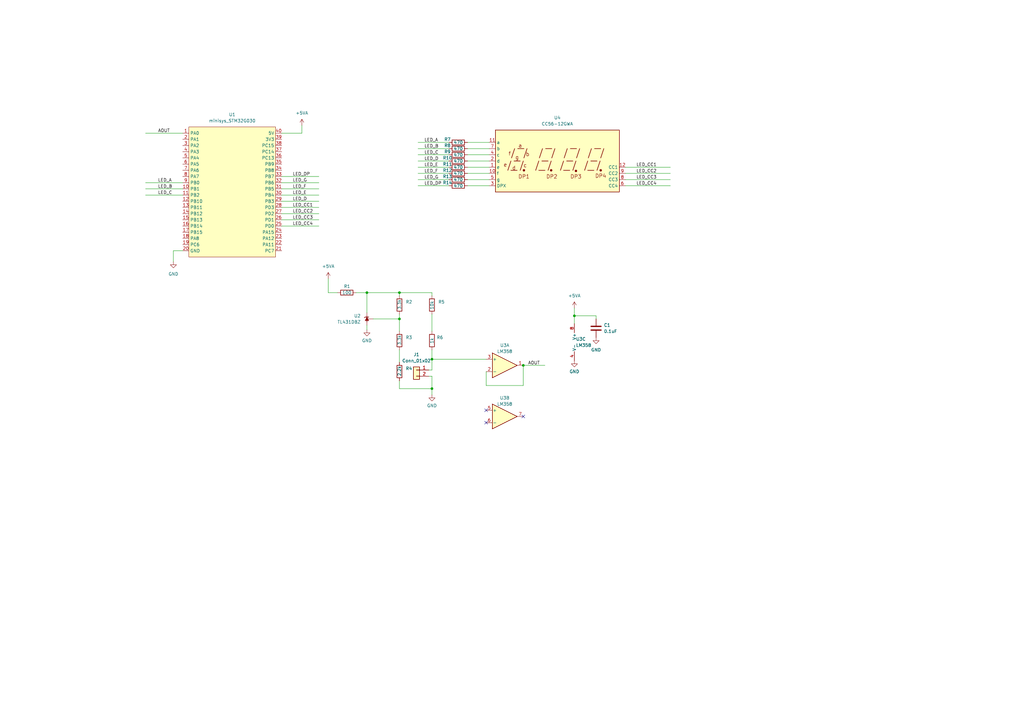
<source format=kicad_sch>
(kicad_sch (version 20211123) (generator eeschema)
  (paper "A3")
  (lib_symbols
    (symbol "Amplifier_Operational:LM358" (pin_names (offset 0.127))
      (property "Reference" "U" (at 0 5.08 0))
      (property "Value" "LM358" (at 0 -5.08 0))
      (symbol "LM358_1_1"
        (polyline (pts (xy -5.08 5.08) (xy 5.08 0) (xy -5.08 -5.08) (xy -5.08 5.08)) (stroke (width 0.254)) (fill (type background)))
        (pin output line (at 7.62 0 180) (length 2.54) (name "~") (number "1"))
        (pin input line (at -7.62 -2.54 0) (length 2.54) (name "-") (number "2"))
        (pin input line (at -7.62 2.54 0) (length 2.54) (name "+") (number "3"))
      )
      (symbol "LM358_2_1"
        (polyline (pts (xy -5.08 5.08) (xy 5.08 0) (xy -5.08 -5.08) (xy -5.08 5.08)) (stroke (width 0.254)) (fill (type background)))
        (pin input line (at -7.62 2.54 0) (length 2.54) (name "+") (number "5"))
        (pin input line (at -7.62 -2.54 0) (length 2.54) (name "-") (number "6"))
        (pin output line (at 7.62 0 180) (length 2.54) (name "~") (number "7"))
      )
      (symbol "LM358_3_1"
        (pin power_in line (at -2.54 -7.62 90) (length 3.81) (name "V-") (number "4"))
        (pin power_in line (at -2.54 7.62 270) (length 3.81) (name "V+") (number "8"))
      )
    )
    (symbol "Connector_Generic:Conn_01x02" (pin_names (offset 1.016) hide)
      (property "Reference" "J" (at 0 2.54 0))
      (property "Value" "Conn_01x02" (at 0 -5.08 0))
      (symbol "Conn_01x02_1_1"
        (rectangle (start -1.27 -2.413) (end 0 -2.667) (stroke (width 0.1524)))
        (rectangle (start -1.27 0.127) (end 0 -0.127) (stroke (width 0.1524)))
        (rectangle (start -1.27 1.27) (end 1.27 -3.81) (stroke (width 0.254)) (fill (type background)))
        (pin passive line (at -5.08 0 0) (length 3.81) (name "Pin_1") (number "1"))
        (pin passive line (at -5.08 -2.54 0) (length 3.81) (name "Pin_2") (number "2"))
      )
    )
    (symbol "Device:C" (pin_numbers hide) (pin_names (offset 0.254))
      (property "Reference" "C" (at 0.635 2.54 0))
      (property "Value" "C" (at 0.635 -2.54 0))
      (symbol "C_0_1"
        (polyline (pts (xy -2.032 -0.762) (xy 2.032 -0.762)) (stroke (width 0.508)))
        (polyline (pts (xy -2.032 0.762) (xy 2.032 0.762)) (stroke (width 0.508)))
      )
      (symbol "C_1_1"
        (pin passive line (at 0 3.81 270) (length 2.794) (name "~") (number "1"))
        (pin passive line (at 0 -3.81 90) (length 2.794) (name "~") (number "2"))
      )
    )
    (symbol "Device:R" (pin_numbers hide) (pin_names (offset 0))
      (property "Reference" "R" (at 2.032 0 90))
      (property "Value" "R" (at 0 0 90))
      (symbol "R_0_1"
        (rectangle (start -1.016 -2.54) (end 1.016 2.54) (stroke (width 0.254)))
      )
      (symbol "R_1_1"
        (pin passive line (at 0 3.81 270) (length 1.27) (name "~") (number "1"))
        (pin passive line (at 0 -3.81 90) (length 1.27) (name "~") (number "2"))
      )
    )
    (symbol "Display_Character:CC56-12GWA"
      (property "Reference" "U" (at -24.13 13.97 0))
      (property "Value" "CC56-12GWA" (at 19.05 13.97 0))
      (symbol "CC56-12GWA_0_0"
        (rectangle (start -25.4 12.7) (end 25.4 -12.7) (stroke (width 0.254)) (fill (type background)))
        (polyline (pts (xy -20.32 -3.81) (xy -19.05 0)) (stroke (width 0.254)))
        (polyline (pts (xy -19.05 -3.81) (xy -16.51 -3.81)) (stroke (width 0.254)))
        (polyline (pts (xy -18.796 1.27) (xy -17.526 5.08)) (stroke (width 0.254)))
        (polyline (pts (xy -17.78 0) (xy -15.24 0)) (stroke (width 0.254)))
        (polyline (pts (xy -16.256 5.08) (xy -13.716 5.08)) (stroke (width 0.254)))
        (polyline (pts (xy -15.24 -3.81) (xy -13.97 0)) (stroke (width 0.254)))
        (polyline (pts (xy -13.716 1.27) (xy -12.446 5.08)) (stroke (width 0.254)))
        (polyline (pts (xy -8.89 -3.81) (xy -7.62 0)) (stroke (width 0.254)))
        (polyline (pts (xy -7.62 -3.81) (xy -5.08 -3.81)) (stroke (width 0.254)))
        (polyline (pts (xy -7.366 1.27) (xy -6.096 5.08)) (stroke (width 0.254)))
        (polyline (pts (xy -6.35 0) (xy -3.81 0)) (stroke (width 0.254)))
        (polyline (pts (xy -4.826 5.08) (xy -2.286 5.08)) (stroke (width 0.254)))
        (polyline (pts (xy -3.81 -3.81) (xy -2.54 0)) (stroke (width 0.254)))
        (polyline (pts (xy -2.286 1.27) (xy -1.016 5.08)) (stroke (width 0.254)))
        (polyline (pts (xy 1.27 -3.81) (xy 2.54 0)) (stroke (width 0.254)))
        (polyline (pts (xy 2.54 -3.81) (xy 5.08 -3.81)) (stroke (width 0.254)))
        (polyline (pts (xy 2.794 1.27) (xy 4.064 5.08)) (stroke (width 0.254)))
        (polyline (pts (xy 3.81 0) (xy 6.35 0)) (stroke (width 0.254)))
        (polyline (pts (xy 5.334 5.08) (xy 7.874 5.08)) (stroke (width 0.254)))
        (polyline (pts (xy 6.35 -3.81) (xy 7.62 0)) (stroke (width 0.254)))
        (polyline (pts (xy 7.874 1.27) (xy 9.144 5.08)) (stroke (width 0.254)))
        (polyline (pts (xy 11.176 -3.81) (xy 12.446 0)) (stroke (width 0.254)))
        (polyline (pts (xy 12.446 -3.81) (xy 14.986 -3.81)) (stroke (width 0.254)))
        (polyline (pts (xy 12.7 1.27) (xy 13.97 5.08)) (stroke (width 0.254)))
        (polyline (pts (xy 13.716 0) (xy 16.256 0)) (stroke (width 0.254)))
        (polyline (pts (xy 15.24 5.08) (xy 17.78 5.08)) (stroke (width 0.254)))
        (polyline (pts (xy 16.256 -3.81) (xy 17.526 0)) (stroke (width 0.254)))
        (polyline (pts (xy 17.78 1.27) (xy 19.05 5.08)) (stroke (width 0.254)))
        (text "a" (at -15.24 6.35 0) (effects (font (size 1.524 1.524))))
        (text "b" (at -12.192 2.794 0) (effects (font (size 1.524 1.524))))
        (text "c" (at -13.208 -1.778 0) (effects (font (size 1.524 1.524))))
        (text "d" (at -17.78 -2.794 0) (effects (font (size 1.524 1.524))))
        (text "DP1" (at -13.716 -6.35 0) (effects (font (size 1.524 1.524))))
        (text "DP2" (at -2.286 -6.35 0) (effects (font (size 1.524 1.524))))
        (text "DP3" (at 7.62 -6.35 0) (effects (font (size 1.524 1.524))))
        (text "DP4" (at 17.78 -6.096 0) (effects (font (size 1.524 1.524))))
        (text "e" (at -21.336 -1.524 0) (effects (font (size 1.524 1.524))))
        (text "f" (at -19.558 3.048 0) (effects (font (size 1.524 1.524))))
        (text "g" (at -16.51 1.524 0) (effects (font (size 1.524 1.524))))
      )
      (symbol "CC56-12GWA_0_1"
        (circle (center -13.716 -3.81) (radius 0.3556) (stroke (width 0.254)) (fill (type outline)))
        (circle (center -2.54 -3.81) (radius 0.3556) (stroke (width 0.254)) (fill (type outline)))
      )
      (symbol "CC56-12GWA_1_0"
        (circle (center 7.62 -4.064) (radius 0.3556) (stroke (width 0.254)) (fill (type outline)))
        (circle (center 17.78 -3.81) (radius 0.3556) (stroke (width 0.254)) (fill (type outline)))
      )
      (symbol "CC56-12GWA_1_1"
        (pin input line (at -27.94 -2.54 0) (length 2.54) (name "e") (number "1"))
        (pin input line (at -27.94 -5.08 0) (length 2.54) (name "f") (number "10"))
        (pin input line (at -27.94 7.62 0) (length 2.54) (name "a") (number "11"))
        (pin input line (at 27.94 -2.54 180) (length 2.54) (name "CC1") (number "12"))
        (pin input line (at -27.94 0 0) (length 2.54) (name "d") (number "2"))
        (pin input line (at -27.94 -10.16 0) (length 2.54) (name "DPX") (number "3"))
        (pin input line (at -27.94 2.54 0) (length 2.54) (name "c") (number "4"))
        (pin input line (at -27.94 -7.62 0) (length 2.54) (name "g") (number "5"))
        (pin input line (at 27.94 -10.16 180) (length 2.54) (name "CC4") (number "6"))
        (pin input line (at -27.94 5.08 0) (length 2.54) (name "b") (number "7"))
        (pin input line (at 27.94 -7.62 180) (length 2.54) (name "CC3") (number "8"))
        (pin input line (at 27.94 -5.08 180) (length 2.54) (name "CC2") (number "9"))
      )
    )
    (symbol "Module:minisys_STM32G030"
      (property "Reference" "U" (at 1.27 1.27 0))
      (property "Value" "minisys_STM32G030" (at 17.78 -1.27 0))
      (symbol "minisys_STM32G030_0_1"
        (rectangle (start 0 0) (end 35.56 -53.34) (fill (type background)))
      )
      (symbol "minisys_STM32G030_1_1"
        (pin bidirectional line (at -2.54 -2.54 0) (length 2.54) (name "PA0") (number "1"))
        (pin bidirectional line (at -2.54 -25.4 0) (length 2.54) (name "PB1") (number "10"))
        (pin bidirectional line (at -2.54 -27.94 0) (length 2.54) (name "PB2") (number "11"))
        (pin bidirectional line (at -2.54 -30.48 0) (length 2.54) (name "PB10") (number "12"))
        (pin bidirectional line (at -2.54 -33.02 0) (length 2.54) (name "PB11") (number "13"))
        (pin bidirectional line (at -2.54 -35.56 0) (length 2.54) (name "PB12") (number "14"))
        (pin bidirectional line (at -2.54 -38.1 0) (length 2.54) (name "PB13") (number "15"))
        (pin bidirectional line (at -2.54 -40.64 0) (length 2.54) (name "PB14") (number "16"))
        (pin bidirectional line (at -2.54 -43.18 0) (length 2.54) (name "PB15") (number "17"))
        (pin bidirectional line (at -2.54 -45.72 0) (length 2.54) (name "PA8") (number "18"))
        (pin bidirectional line (at -2.54 -48.26 0) (length 2.54) (name "PC6") (number "19"))
        (pin bidirectional line (at -2.54 -5.08 0) (length 2.54) (name "PA1") (number "2"))
        (pin power_in line (at -2.54 -50.8 0) (length 2.54) (name "GND") (number "20"))
        (pin bidirectional line (at 38.1 -50.8 180) (length 2.54) (name "PC7") (number "21"))
        (pin bidirectional line (at 38.1 -48.26 180) (length 2.54) (name "PA11") (number "22"))
        (pin bidirectional line (at 38.1 -45.72 180) (length 2.54) (name "PA12") (number "23"))
        (pin bidirectional line (at 38.1 -43.18 180) (length 2.54) (name "PA15") (number "24"))
        (pin bidirectional line (at 38.1 -40.64 180) (length 2.54) (name "PD0") (number "25"))
        (pin bidirectional line (at 38.1 -38.1 180) (length 2.54) (name "PD1") (number "26"))
        (pin bidirectional line (at 38.1 -35.56 180) (length 2.54) (name "PD2") (number "27"))
        (pin bidirectional line (at 38.1 -33.02 180) (length 2.54) (name "PD3") (number "28"))
        (pin bidirectional line (at 38.1 -30.48 180) (length 2.54) (name "PB3") (number "29"))
        (pin bidirectional line (at -2.54 -7.62 0) (length 2.54) (name "PA2") (number "3"))
        (pin bidirectional line (at 38.1 -27.94 180) (length 2.54) (name "PB4") (number "30"))
        (pin bidirectional line (at 38.1 -25.4 180) (length 2.54) (name "PB5") (number "31"))
        (pin bidirectional line (at 38.1 -22.86 180) (length 2.54) (name "PB6") (number "32"))
        (pin bidirectional line (at 38.1 -20.32 180) (length 2.54) (name "PB7") (number "33"))
        (pin bidirectional line (at 38.1 -17.78 180) (length 2.54) (name "PB8") (number "34"))
        (pin bidirectional line (at 38.1 -15.24 180) (length 2.54) (name "PB9") (number "35"))
        (pin bidirectional line (at 38.1 -12.7 180) (length 2.54) (name "PC13") (number "36"))
        (pin bidirectional line (at 38.1 -10.16 180) (length 2.54) (name "PC14") (number "37"))
        (pin bidirectional line (at 38.1 -7.62 180) (length 2.54) (name "PC15") (number "38"))
        (pin power_out line (at 38.1 -5.08 180) (length 2.54) (name "3V3") (number "39"))
        (pin bidirectional line (at -2.54 -10.16 0) (length 2.54) (name "PA3") (number "4"))
        (pin power_out line (at 38.1 -2.54 180) (length 2.54) (name "5V") (number "40"))
        (pin bidirectional line (at -2.54 -12.7 0) (length 2.54) (name "PA4") (number "5"))
        (pin bidirectional line (at -2.54 -15.24 0) (length 2.54) (name "PA5") (number "6"))
        (pin bidirectional line (at -2.54 -17.78 0) (length 2.54) (name "PA6") (number "7"))
        (pin bidirectional line (at -2.54 -20.32 0) (length 2.54) (name "PA7") (number "8"))
        (pin bidirectional line (at -2.54 -22.86 0) (length 2.54) (name "PB0") (number "9"))
      )
    )
    (symbol "Reference_Voltage:TL431DBZ" (pin_numbers hide) (pin_names hide)
      (property "Reference" "U" (at -2.54 2.54 0))
      (property "Value" "TL431DBZ" (at 0 -2.54 0))
      (symbol "TL431DBZ_0_1"
        (polyline (pts (xy -1.27 0) (xy 0 0) (xy 1.27 0)))
        (polyline (pts (xy -0.762 0.762) (xy 0.762 0) (xy -0.762 -0.762)) (fill (type outline)))
        (polyline (pts (xy 0.508 -1.016) (xy 0.762 -0.762) (xy 0.762 0.762) (xy 0.762 0.762)) (stroke (width 0.254)))
      )
      (symbol "TL431DBZ_1_1"
        (pin passive line (at 2.54 0 180) (length 2.54) (name "K") (number "1"))
        (pin passive line (at 0 2.54 270) (length 2.54) (name "REF") (number "2"))
        (pin passive line (at -2.54 0 0) (length 2.54) (name "A") (number "3"))
      )
    )
    (symbol "power:+5VA" (power) (pin_names (offset 0))
      (property "Value" "+5VA" (at 0 3.556 0))
      (symbol "+5VA_0_1"
        (polyline (pts (xy -0.762 1.27) (xy 0 2.54)))
        (polyline (pts (xy 0 0) (xy 0 2.54)))
        (polyline (pts (xy 0 2.54) (xy 0.762 1.27)))
      )
      (symbol "+5VA_1_1"
        (pin power_in line (at 0 0 90) (length 0) hide (name "+5VA") (number "1"))
      )
    )
    (symbol "power:GND" (power) (pin_names (offset 0))
      (property "Value" "GND" (at 0 -3.81 0))
      (symbol "GND_0_1"
        (polyline (pts (xy 0 0) (xy 0 -1.27) (xy 1.27 -1.27) (xy 0 -2.54) (xy -1.27 -1.27) (xy 0 -1.27)))
      )
      (symbol "GND_1_1"
        (pin power_in line (at 0 0 270) (length 0) hide (name "GND") (number "1"))
      )
    )
  )
  (junction (at 214.63 149.86))
  (junction (at 177.165 147.32))
  (junction (at 163.83 130.81))
  (junction (at 163.83 120.015))
  (junction (at 177.165 159.385))
  (junction (at 150.495 120.015))
  (junction (at 235.585 129.54))
  (no_connect (at 214.63 170.815))
  (no_connect (at 199.39 168.275))
  (no_connect (at 199.39 173.355))
  (wire (pts (xy 177.165 121.285) (xy 177.165 120.015)))
  (wire (pts (xy 163.83 130.81) (xy 163.83 135.89)))
  (wire (pts (xy 163.83 120.015) (xy 150.495 120.015)))
  (wire (pts (xy 153.035 130.81) (xy 163.83 130.81)))
  (wire (pts (xy 71.12 107.315) (xy 71.12 102.87)))
  (wire (pts (xy 214.63 158.115) (xy 214.63 149.86)))
  (wire (pts (xy 115.57 74.93) (xy 130.81 74.93)))
  (wire (pts (xy 191.77 68.58) (xy 200.66 68.58)))
  (wire (pts (xy 171.45 73.66) (xy 184.15 73.66)))
  (wire (pts (xy 163.83 159.385) (xy 177.165 159.385)))
  (wire (pts (xy 256.54 76.2) (xy 274.955 76.2)))
  (wire (pts (xy 214.63 149.86) (xy 223.52 149.86)))
  (wire (pts (xy 191.77 63.5) (xy 200.66 63.5)))
  (wire (pts (xy 256.54 68.58) (xy 274.955 68.58)))
  (wire (pts (xy 171.45 66.04) (xy 184.15 66.04)))
  (wire (pts (xy 177.165 147.32) (xy 177.165 151.765)))
  (wire (pts (xy 123.825 54.61) (xy 123.825 51.435)))
  (wire (pts (xy 171.45 71.12) (xy 184.15 71.12)))
  (wire (pts (xy 59.69 80.01) (xy 74.93 80.01)))
  (wire (pts (xy 163.83 143.51) (xy 163.83 148.59)))
  (wire (pts (xy 115.57 77.47) (xy 130.81 77.47)))
  (wire (pts (xy 171.45 68.58) (xy 184.15 68.58)))
  (wire (pts (xy 256.54 71.12) (xy 274.955 71.12)))
  (wire (pts (xy 115.57 80.01) (xy 130.81 80.01)))
  (wire (pts (xy 163.83 121.285) (xy 163.83 120.015)))
  (wire (pts (xy 115.57 72.39) (xy 130.81 72.39)))
  (wire (pts (xy 177.165 120.015) (xy 163.83 120.015)))
  (wire (pts (xy 163.83 156.21) (xy 163.83 159.385)))
  (wire (pts (xy 199.39 152.4) (xy 199.39 158.115)))
  (wire (pts (xy 171.45 60.96) (xy 184.15 60.96)))
  (wire (pts (xy 191.77 76.2) (xy 200.66 76.2)))
  (wire (pts (xy 177.165 154.305) (xy 177.165 159.385)))
  (wire (pts (xy 191.77 71.12) (xy 200.66 71.12)))
  (wire (pts (xy 71.12 102.87) (xy 74.93 102.87)))
  (wire (pts (xy 115.57 85.09) (xy 130.81 85.09)))
  (wire (pts (xy 115.57 54.61) (xy 123.825 54.61)))
  (wire (pts (xy 163.83 128.905) (xy 163.83 130.81)))
  (wire (pts (xy 177.165 143.51) (xy 177.165 147.32)))
  (wire (pts (xy 134.62 120.015) (xy 134.62 114.3)))
  (wire (pts (xy 235.585 126.365) (xy 235.585 129.54)))
  (wire (pts (xy 244.475 129.54) (xy 235.585 129.54)))
  (wire (pts (xy 191.77 58.42) (xy 200.66 58.42)))
  (wire (pts (xy 177.165 159.385) (xy 177.165 161.925)))
  (wire (pts (xy 115.57 87.63) (xy 130.81 87.63)))
  (wire (pts (xy 191.77 60.96) (xy 200.66 60.96)))
  (wire (pts (xy 59.69 74.93) (xy 74.93 74.93)))
  (wire (pts (xy 191.77 66.04) (xy 200.66 66.04)))
  (wire (pts (xy 199.39 158.115) (xy 214.63 158.115)))
  (wire (pts (xy 191.77 73.66) (xy 200.66 73.66)))
  (wire (pts (xy 244.475 130.81) (xy 244.475 129.54)))
  (wire (pts (xy 171.45 58.42) (xy 184.15 58.42)))
  (wire (pts (xy 59.69 77.47) (xy 74.93 77.47)))
  (wire (pts (xy 175.895 154.305) (xy 177.165 154.305)))
  (wire (pts (xy 177.165 128.905) (xy 177.165 135.89)))
  (wire (pts (xy 177.165 151.765) (xy 175.895 151.765)))
  (wire (pts (xy 115.57 92.71) (xy 130.81 92.71)))
  (wire (pts (xy 59.69 54.61) (xy 74.93 54.61)))
  (wire (pts (xy 256.54 73.66) (xy 274.955 73.66)))
  (wire (pts (xy 171.45 63.5) (xy 184.15 63.5)))
  (wire (pts (xy 171.45 76.2) (xy 184.15 76.2)))
  (wire (pts (xy 150.495 133.35) (xy 150.495 135.255)))
  (wire (pts (xy 235.585 129.54) (xy 235.585 132.715)))
  (wire (pts (xy 150.495 120.015) (xy 150.495 128.27)))
  (wire (pts (xy 146.05 120.015) (xy 150.495 120.015)))
  (wire (pts (xy 138.43 120.015) (xy 134.62 120.015)))
  (wire (pts (xy 177.165 147.32) (xy 199.39 147.32)))
  (wire (pts (xy 115.57 90.17) (xy 130.81 90.17)))
  (wire (pts (xy 115.57 82.55) (xy 130.81 82.55)))
  (label "LED_C" (at 64.77 80.01 0))
  (label "LED_A" (at 64.77 74.93 0))
  (label "LED_DP" (at 120.015 72.39 0))
  (label "LED_D" (at 120.015 82.55 0))
  (label "LED_B" (at 64.77 77.47 0))
  (label "LED_CC2" (at 120.015 87.63 0))
  (label "AOUT" (at 216.535 149.86 0))
  (label "LED_CC4" (at 120.015 92.71 0))
  (label "LED_CC2" (at 260.985 71.12 0))
  (label "LED_DP" (at 173.99 76.2 0))
  (label "LED_G" (at 173.99 73.66 0))
  (label "LED_F" (at 120.015 77.47 0))
  (label "AOUT" (at 64.77 54.61 0))
  (label "LED_G" (at 120.015 74.93 0))
  (label "LED_D" (at 173.99 66.04 0))
  (label "LED_C" (at 173.99 63.5 0))
  (label "LED_E" (at 173.99 68.58 0))
  (label "LED_CC1" (at 120.015 85.09 0))
  (label "LED_B" (at 173.99 60.96 0))
  (label "LED_CC1" (at 260.985 68.58 0))
  (label "LED_CC4" (at 260.985 76.2 0))
  (label "LED_A" (at 173.99 58.42 0))
  (label "LED_CC3" (at 120.015 90.17 0))
  (label "LED_CC3" (at 260.985 73.66 0))
  (label "LED_E" (at 120.015 80.01 0))
  (label "LED_F" (at 173.99 71.12 0))
  (symbol (lib_id "Device:R") (at 177.165 139.7 0) (unit 1)
    (property "Reference" "R6" (at 179.07 138.4299 0) (effects (justify left)))
    (property "Value" "1k" (at 177.165 140.97 90) (effects (justify left)))
    (property "Footprint" "Resistor_SMD:R_0805_2012Metric" (effects hide))
  )
  (symbol (lib_id "Module:minisys_STM32G030") (at 77.47 52.07 0) (unit 1)
    (property "Reference" "U1" (at 95.25 46.99 0))
    (property "Value" "minisys_STM32G030" (at 95.25 49.53 0))
    (property "Footprint" "User_Modules:minisys_g030" (effects hide))
  )
  (symbol (lib_id "power:+5VA") (at 123.825 51.435 0) (unit 1)
    (property "Reference" "#PWR02" (effects hide))
    (property "Value" "+5VA" (at 123.825 46.355 0))
  )
  (symbol (lib_id "Device:R") (at 187.96 63.5 90) (unit 1)
    (property "Reference" "R9" (at 183.515 62.23 90))
    (property "Value" "470" (at 187.96 63.5 90))
    (property "Footprint" "Resistor_SMD:R_0805_2012Metric" (effects hide))
  )
  (symbol (lib_id "power:GND") (at 244.475 138.43 0) (unit 1)
    (property "Reference" "#PWR08" (effects hide))
    (property "Value" "GND" (at 244.475 143.51 0))
  )
  (symbol (lib_id "Display_Character:CC56-12GWA") (at 228.6 66.04 0) (unit 1)
    (property "Reference" "U4" (at 228.6 48.26 0))
    (property "Value" "CC56-12GWA" (at 228.6 50.8 0))
    (property "Footprint" "User_Modules:CC40-12GWA" (effects hide))
    (property "Datasheet" "http://www.kingbrightusa.com/images/catalog/SPEC/CC56-12GWA.pdf" (effects hide))
  )
  (symbol (lib_id "Device:R") (at 187.96 73.66 90) (unit 1)
    (property "Reference" "R13" (at 183.515 72.39 90))
    (property "Value" "470" (at 187.96 73.66 90))
    (property "Footprint" "Resistor_SMD:R_0805_2012Metric" (effects hide))
  )
  (symbol (lib_id "Device:R") (at 163.83 139.7 0) (unit 1)
    (property "Reference" "R3" (at 166.37 138.4299 0) (effects (justify left)))
    (property "Value" "3.3k" (at 163.83 141.605 90) (effects (justify left)))
    (property "Footprint" "Resistor_SMD:R_0805_2012Metric" (effects hide))
  )
  (symbol (lib_id "power:GND") (at 235.585 147.955 0) (unit 1)
    (property "Reference" "#PWR07" (effects hide))
    (property "Value" "GND" (at 235.585 152.4 0))
  )
  (symbol (lib_id "power:GND") (at 71.12 107.315 0) (unit 1)
    (property "Reference" "#PWR01" (effects hide))
    (property "Value" "GND" (at 71.12 112.395 0))
  )
  (symbol (lib_id "Device:R") (at 142.24 120.015 270) (unit 1)
    (property "Reference" "R1" (at 140.97 117.475 90) (effects (justify left)))
    (property "Value" "100" (at 140.335 120.015 90) (effects (justify left)))
    (property "Footprint" "Resistor_SMD:R_0805_2012Metric" (effects hide))
  )
  (symbol (lib_id "Amplifier_Operational:LM358") (at 238.125 140.335 0) (unit 3)
    (property "Reference" "U3" (at 236.22 139.0649 0) (effects (justify left)))
    (property "Value" "LM358" (at 236.22 141.6049 0) (effects (justify left)))
    (property "Footprint" "Package_SO:SOIC-8_3.9x4.9mm_P1.27mm" (effects hide))
    (property "Datasheet" "http://www.ti.com/lit/ds/symlink/lm2904-n.pdf" (effects hide))
  )
  (symbol (lib_id "Device:C") (at 244.475 134.62 0) (unit 1)
    (property "Reference" "C1" (at 247.65 133.3499 0) (effects (justify left)))
    (property "Value" "0.1uF" (at 247.65 135.8899 0) (effects (justify left)))
    (property "Footprint" "Capacitor_SMD:C_0805_2012Metric" (effects hide))
  )
  (symbol (lib_id "power:+5VA") (at 235.585 126.365 0) (unit 1)
    (property "Reference" "#PWR06" (effects hide))
    (property "Value" "+5VA" (at 235.585 121.285 0))
  )
  (symbol (lib_id "Reference_Voltage:TL431DBZ") (at 150.495 130.81 270) (mirror x) (unit 1)
    (property "Reference" "U2" (at 147.955 129.5399 90) (effects (justify right)))
    (property "Value" "TL431DBZ" (at 147.955 132.0799 90) (effects (justify right)))
    (property "Footprint" "Package_TO_SOT_SMD:SOT-23" (effects hide))
    (property "Datasheet" "http://www.ti.com/lit/ds/symlink/tl431.pdf" (effects hide))
  )
  (symbol (lib_id "Device:R") (at 187.96 66.04 90) (unit 1)
    (property "Reference" "R10" (at 183.515 64.77 90))
    (property "Value" "470" (at 187.96 66.04 90))
    (property "Footprint" "Resistor_SMD:R_0805_2012Metric" (effects hide))
  )
  (symbol (lib_id "Device:R") (at 177.165 125.095 0) (unit 1)
    (property "Reference" "R5" (at 179.705 123.8249 0) (effects (justify left)))
    (property "Value" "10k" (at 177.165 127 90) (effects (justify left)))
    (property "Footprint" "Resistor_SMD:R_0805_2012Metric" (effects hide))
  )
  (symbol (lib_id "Device:R") (at 187.96 71.12 90) (unit 1)
    (property "Reference" "R12" (at 183.515 69.85 90))
    (property "Value" "470" (at 187.96 71.12 90))
    (property "Footprint" "Resistor_SMD:R_0805_2012Metric" (effects hide))
  )
  (symbol (lib_id "Device:R") (at 187.96 60.96 90) (unit 1)
    (property "Reference" "R8" (at 183.515 59.69 90))
    (property "Value" "470" (at 187.96 60.96 90))
    (property "Footprint" "Resistor_SMD:R_0805_2012Metric" (effects hide))
  )
  (symbol (lib_id "power:GND") (at 177.165 161.925 0) (unit 1)
    (property "Reference" "#PWR05" (effects hide))
    (property "Value" "GND" (at 177.165 166.37 0))
  )
  (symbol (lib_id "power:+5VA") (at 134.62 114.3 0) (unit 1)
    (property "Reference" "#PWR03" (effects hide))
    (property "Value" "+5VA" (at 134.62 109.22 0))
  )
  (symbol (lib_id "Connector_Generic:Conn_01x02") (at 170.815 151.765 0) (mirror y) (unit 1)
    (property "Reference" "J1" (at 170.815 145.415 0))
    (property "Value" "Conn_01x02" (at 170.815 147.955 0))
    (property "Footprint" "Connector_JST:JST_XH_B2B-XH-A_1x02_P2.50mm_Vertical" (effects hide))
  )
  (symbol (lib_id "Device:R") (at 163.83 125.095 0) (unit 1)
    (property "Reference" "R2" (at 166.37 123.8249 0) (effects (justify left)))
    (property "Value" "3.3k" (at 163.83 127 90) (effects (justify left)))
    (property "Footprint" "Resistor_SMD:R_0805_2012Metric" (effects hide))
  )
  (symbol (lib_id "Device:R") (at 187.96 68.58 90) (unit 1)
    (property "Reference" "R11" (at 183.515 67.31 90))
    (property "Value" "470" (at 187.96 68.58 90))
    (property "Footprint" "Resistor_SMD:R_0805_2012Metric" (effects hide))
  )
  (symbol (lib_id "Device:R") (at 187.96 58.42 90) (unit 1)
    (property "Reference" "R7" (at 183.515 57.15 90))
    (property "Value" "470" (at 187.96 58.42 90))
    (property "Footprint" "Resistor_SMD:R_0805_2012Metric" (effects hide))
  )
  (symbol (lib_id "Device:R") (at 187.96 76.2 90) (unit 1)
    (property "Reference" "R14" (at 183.515 74.93 90))
    (property "Value" "470" (at 187.96 76.2 90))
    (property "Footprint" "Resistor_SMD:R_0805_2012Metric" (effects hide))
  )
  (symbol (lib_id "Amplifier_Operational:LM358") (at 207.01 170.815 0) (unit 2)
    (property "Reference" "U3" (at 207.01 163.195 0))
    (property "Value" "LM358" (at 207.01 165.735 0))
    (property "Footprint" "Package_SO:SOIC-8_3.9x4.9mm_P1.27mm" (effects hide))
    (property "Datasheet" "http://www.ti.com/lit/ds/symlink/lm2904-n.pdf" (effects hide))
  )
  (symbol (lib_id "Device:R") (at 163.83 152.4 0) (unit 1)
    (property "Reference" "R4" (at 166.37 151.1299 0) (effects (justify left)))
    (property "Value" "2.2k" (at 163.83 154.305 90) (effects (justify left)))
    (property "Footprint" "Resistor_SMD:R_0805_2012Metric" (effects hide))
  )
  (symbol (lib_id "Amplifier_Operational:LM358") (at 207.01 149.86 0) (unit 1)
    (property "Reference" "U3" (at 207.01 141.605 0))
    (property "Value" "LM358" (at 207.01 144.145 0))
    (property "Footprint" "Package_SO:SOIC-8_3.9x4.9mm_P1.27mm" (effects hide))
    (property "Datasheet" "http://www.ti.com/lit/ds/symlink/lm2904-n.pdf" (effects hide))
  )
  (symbol (lib_id "power:GND") (at 150.495 135.255 0) (unit 1)
    (property "Reference" "#PWR04" (effects hide))
    (property "Value" "GND" (at 150.495 139.7 0))
  )
)
</source>
